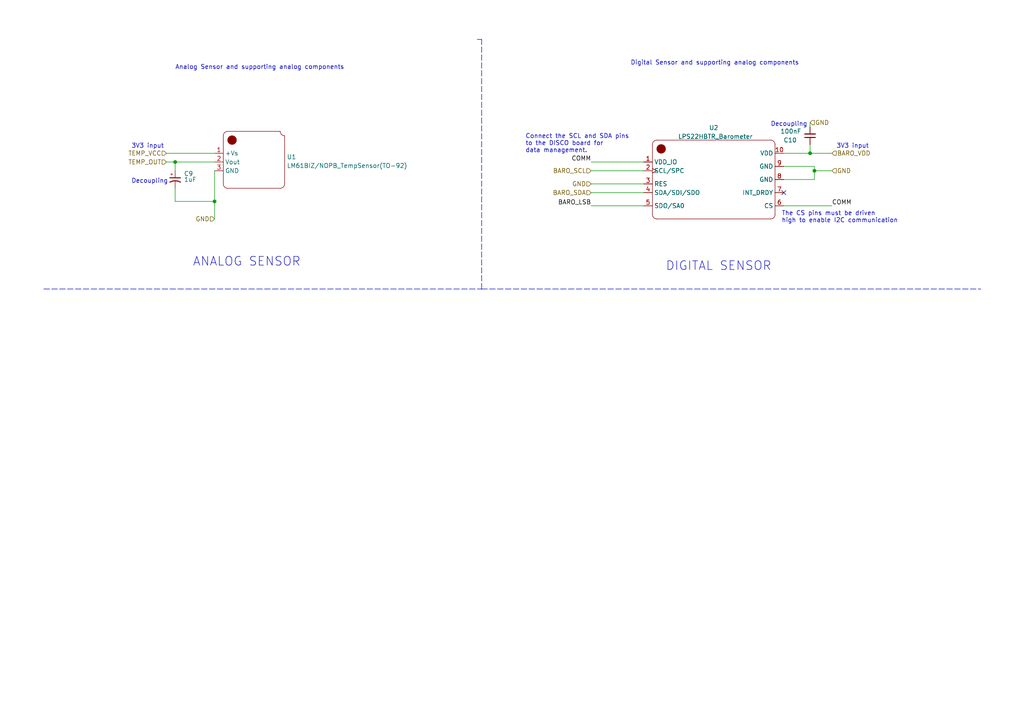
<source format=kicad_sch>
(kicad_sch (version 20211123) (generator eeschema)
  (paper "A4")
  (title_block (title "Sensing Subsystem") (date "2022-03-11") (rev "V0.3") (company "University of Cape Town") (comment 1 "@Author Caide Spriestersbach (SPRCAI002)") (comment 2 "@Project EEE3088F-Team-9"))
  (lib_symbols
    (symbol "AAA_3088F: LPS22HBTR_Barometer"
      (property "Reference" "U2" (at 0 17.5429 0))
      (property "Value" " LPS22HBTR_Barometer" (at 0 15.006 0))
      (symbol " LPS22HBTR_Barometer_0_1"
        (arc (start -17.78 -7.62) (mid -17.408 -8.518) (end -16.51 -8.89))
        (arc (start -16.5101 13.9701) (mid -17.4081 13.5981) (end -17.7801 12.7001))
        (circle (center -15.24 11.43) (radius 1.27) (fill (type outline)))
        (polyline (pts (xy -17.78 -7.62) (xy -17.78 12.7)))
        (polyline (pts (xy -16.51 13.97) (xy 16.51 13.97)))
        (polyline (pts (xy 16.51 -8.89) (xy -16.51 -8.89)))
        (polyline (pts (xy 17.78 12.7) (xy 17.78 -7.62)))
        (arc (start 16.5101 -8.8901) (mid 17.4081 -8.5181) (end 17.7801 -7.6201))
        (arc (start 17.7801 12.7001) (mid 17.4081 13.5981) (end 16.5101 13.9701))
      )
      (symbol " LPS22HBTR_Barometer_1_1"
        (pin passive line (at -20.32 7.62 0) (length 2.54) (name "VDD_IO") (number "1"))
        (pin passive line (at 20.32 10.16 180) (length 2.54) (name "VDD") (number "10"))
        (pin input clock (at -20.32 5.08 0) (length 2.54) (name "SCL/SPC") (number "2"))
        (pin input line (at -20.32 1.27 0) (length 2.54) (name "RES") (number "3"))
        (pin bidirectional line (at -20.32 -1.27 0) (length 2.54) (name "SDA/SDI/SDO") (number "4"))
        (pin bidirectional line (at -20.32 -5.08 0) (length 2.54) (name "SDO/SA0") (number "5"))
        (pin input line (at 20.32 -5.08 180) (length 2.54) (name "CS") (number "6"))
        (pin output line (at 20.32 -1.27 180) (length 2.54) (name "INT_DRDY") (number "7"))
        (pin input line (at 20.32 2.54 180) (length 2.54) (name "GND") (number "8"))
        (pin input line (at 20.32 6.35 180) (length 2.54) (name "GND") (number "9"))
      )
    )
    (symbol "AAA_3088F:LM61BIZ{slash}NOPB_TempSensor(TO-92)"
      (property "Reference" "U" (at -11.43 5.08 0))
      (property "Value" "LM61BIZ{slash}NOPB_TempSensor(TO-92)" (at -5.08 -8.89 0))
      (symbol "LM61BIZ{slash}NOPB_TempSensor(TO-92)_0_1"
        (arc (start -8.8901 -6.3501) (mid -8.5181 -7.2481) (end -7.6201 -7.6201))
        (arc (start -7.62 8.89) (mid -8.518 8.518) (end -8.89 7.62))
        (circle (center -6.35 6.35) (radius 1.27) (fill (type outline)))
        (polyline (pts (xy -8.89 7.62) (xy -8.89 -6.35)))
        (polyline (pts (xy -7.62 -7.62) (xy 7.62 -7.62)))
        (polyline (pts (xy 7.62 8.89) (xy -7.62 8.89)))
        (polyline (pts (xy 8.89 -6.35) (xy 8.89 7.62)))
        (arc (start 7.6201 -7.6201) (mid 8.5181 -7.2481) (end 8.8901 -6.3501))
        (arc (start 7.62 8.89) (mid 6.722 6.722) (end 8.89 7.62))
      )
      (symbol "LM61BIZ{slash}NOPB_TempSensor(TO-92)_1_1"
        (pin input line (at -11.43 2.54 0) (length 2.54) (name "+Vs") (number "1"))
        (pin output line (at -11.43 0 0) (length 2.54) (name "Vout") (number "2"))
        (pin input line (at -11.43 -2.54 0) (length 2.54) (name "GND") (number "3"))
      )
    )
    (symbol "Device:C_Polarized_Small_US" (pin_numbers hide) (pin_names (offset 0.254) hide)
      (property "Reference" "C" (at 0.254 1.778 0))
      (property "Value" "C_Polarized_Small_US" (at 0.254 -2.032 0))
      (symbol "C_Polarized_Small_US_0_1"
        (polyline (pts (xy -1.524 0.508) (xy 1.524 0.508)) (stroke (width 0.3048)))
        (polyline (pts (xy -1.27 1.524) (xy -0.762 1.524)))
        (polyline (pts (xy -1.016 1.27) (xy -1.016 1.778)))
        (arc (start 1.524 -0.762) (mid 0 -0.3734) (end -1.524 -0.762) (stroke (width 0.3048)))
      )
      (symbol "C_Polarized_Small_US_1_1"
        (pin passive line (at 0 2.54 270) (length 2.032) (name "~") (number "1"))
        (pin passive line (at 0 -2.54 90) (length 2.032) (name "~") (number "2"))
      )
    )
    (symbol "Device:C_Small" (pin_numbers hide) (pin_names (offset 0.254) hide)
      (property "Reference" "C" (at 0.254 1.778 0))
      (property "Value" "C_Small" (at 0.254 -2.032 0))
      (symbol "C_Small_0_1"
        (polyline (pts (xy -1.524 -0.508) (xy 1.524 -0.508)) (stroke (width 0.3302)))
        (polyline (pts (xy -1.524 0.508) (xy 1.524 0.508)) (stroke (width 0.3048)))
      )
      (symbol "C_Small_1_1"
        (pin passive line (at 0 2.54 270) (length 2.032) (name "~") (number "1"))
        (pin passive line (at 0 -2.54 90) (length 2.032) (name "~") (number "2"))
      )
    )
  )
  (junction (at 50.8 46.99))
  (junction (at 236.22 49.53))
  (junction (at 62.23 58.42))
  (junction (at 234.95 44.45))
  (no_connect (at 227.33 55.88))
  (wire (pts (xy 234.95 44.45) (xy 234.95 41.91)))
  (wire (pts (xy 171.45 46.99) (xy 186.69 46.99)))
  (wire (pts (xy 48.26 46.99) (xy 50.8 46.99)))
  (wire (pts (xy 171.45 55.88) (xy 186.69 55.88)))
  (wire (pts (xy 171.45 49.53) (xy 186.69 49.53)))
  (polyline (pts (xy 12.7 83.82) (xy 139.7 83.82)))
  (wire (pts (xy 62.23 63.5) (xy 62.23 58.42)))
  (wire (pts (xy 171.45 59.69) (xy 186.69 59.69)))
  (wire (pts (xy 62.23 49.53) (xy 62.23 58.42)))
  (wire (pts (xy 227.33 59.69) (xy 241.3 59.69)))
  (wire (pts (xy 50.8 46.99) (xy 50.8 49.53)))
  (polyline (pts (xy 139.7 83.82) (xy 284.48 83.82)))
  (wire (pts (xy 234.95 44.45) (xy 241.3 44.45)))
  (wire (pts (xy 234.95 35.56) (xy 234.95 36.83)))
  (polyline (pts (xy 139.7 83.82) (xy 139.7 11.43)))
  (wire (pts (xy 227.33 48.26) (xy 236.22 48.26)))
  (wire (pts (xy 236.22 49.53) (xy 241.3 49.53)))
  (wire (pts (xy 236.22 48.26) (xy 236.22 49.53)))
  (wire (pts (xy 48.26 44.45) (xy 62.23 44.45)))
  (wire (pts (xy 171.45 53.34) (xy 186.69 53.34)))
  (wire (pts (xy 62.23 58.42) (xy 50.8 58.42)))
  (wire (pts (xy 50.8 54.61) (xy 50.8 58.42)))
  (wire (pts (xy 227.33 52.07) (xy 236.22 52.07)))
  (polyline (pts (xy 139.7 11.43) (xy 138.43 11.43)))
  (wire (pts (xy 236.22 49.53) (xy 236.22 52.07)))
  (wire (pts (xy 227.33 44.45) (xy 234.95 44.45)))
  (wire (pts (xy 50.8 46.99) (xy 62.23 46.99)))
  (text "DIGITAL SENSOR" (at 193.04 78.74 0) (effects (font (size 2.54 2.54)) (justify left bottom)))
  (text "Decoupling\n" (at 223.52 36.83 0) (effects (font (size 1.27 1.27)) (justify left bottom)))
  (text "Analog Sensor and supporting analog components\n" (at 50.8 20.32 0) (effects (font (size 1.27 1.27)) (justify left bottom)))
  (text "3V3 input\n" (at 242.57 43.18 0) (effects (font (size 1.27 1.27)) (justify left bottom)))
  (text "ANALOG SENSOR" (at 55.88 77.47 0) (effects (font (size 2.54 2.54)) (justify left bottom)))
  (text "3V3 input\n" (at 38.1 43.18 0) (effects (font (size 1.27 1.27)) (justify left bottom)))
  (text "The CS pins must be driven\nhigh to enable I2C communication" (at 226.695 64.77 0) (effects (font (size 1.27 1.27)) (justify left bottom)))
  (text "Decoupling" (at 38.1 53.34 0) (effects (font (size 1.27 1.27)) (justify left bottom)))
  (text "Digital Sensor and supporting analog components\n" (at 182.88 19.05 0) (effects (font (size 1.27 1.27)) (justify left bottom)))
  (text "Connect the SCL and SDA pins\nto the DISCO board for\ndata management." (at 152.4 44.45 0) (effects (font (size 1.27 1.27)) (justify left bottom)))
  (label "COMM" (at 171.45 46.99 180))
  (label "COMM" (at 241.3 59.69 0))
  (label "BARO_LSB" (at 171.45 59.69 180))
  (hierarchical_label "TEMP_OUT" (shape input) (at 48.26 46.99 180))
  (hierarchical_label "GND" (shape input) (at 171.45 53.34 180))
  (hierarchical_label "GND" (shape input) (at 62.23 63.5 180))
  (hierarchical_label "GND" (shape input) (at 241.3 49.53 0))
  (hierarchical_label "BARO_SDA" (shape input) (at 171.45 55.88 180))
  (hierarchical_label "GND" (shape input) (at 234.95 35.56 0))
  (hierarchical_label "BARO_VDD" (shape input) (at 241.3 44.45 0))
  (hierarchical_label "TEMP_VCC" (shape input) (at 48.26 44.45 180))
  (hierarchical_label "BARO_SCL" (shape input) (at 171.45 49.53 180))
  (symbol (lib_id "AAA_3088F: LPS22HBTR_Barometer") (at 207.01 54.61 0) (unit 1)
    (property "Reference" "U2" (at 207.01 37.0671 0))
    (property "Value" " LPS22HBTR_Barometer" (at 207.01 39.604 0))
    (property "Footprint" "EEE3088F_Footprints:QFN50P210X200X80-10N" (effects hide))
  )
  (symbol (lib_id "AAA_3088F:LM61BIZ{slash}NOPB_TempSensor(TO-92)") (at 73.66 46.99 0) (unit 1)
    (property "Reference" "U1" (at 83.1851 45.5203 0) (effects (justify left)))
    (property "Value" "LM61BIZ/NOPB_TempSensor(TO-92)" (at 83.1851 48.0572 0) (effects (justify left)))
    (property "Footprint" "EEE3088F_Footprints:TO-92-3_L4.9-W3.7-P1.27-L" (effects hide))
  )
  (symbol (lib_id "Device:C_Polarized_Small_US") (at 50.8 52.07 0) (unit 1)
    (property "Reference" "C9" (at 53.34 50.3681 0) (effects (justify left)))
    (property "Value" "1uF" (at 53.34 52.07 0) (effects (justify left)))
    (property "Footprint" "EEE3088F_Footprints:RESC1608X55N" (effects hide))
  )
  (symbol (lib_id "Device:C_Small") (at 234.95 39.37 180) (unit 1)
    (property "Reference" "C10" (at 231.14 40.64 0) (effects (justify left)))
    (property "Value" "100nF" (at 232.41 38.0938 0) (effects (justify left)))
    (property "Footprint" "EEE3088F_Footprints:CAPC1005X55N" (effects hide))
  )
)
</source>
